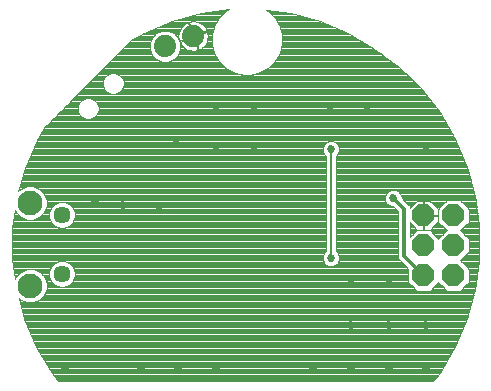
<source format=gbl>
G75*
%MOIN*%
%OFA0B0*%
%FSLAX25Y25*%
%IPPOS*%
%LPD*%
%AMOC8*
5,1,8,0,0,1.08239X$1,22.5*
%
%ADD10C,0.07400*%
%ADD11C,0.05709*%
%ADD12C,0.08268*%
%ADD13OC8,0.07400*%
%ADD14C,0.00394*%
%ADD15C,0.02700*%
%ADD16C,0.01200*%
%ADD17C,0.00600*%
D10*
X0057559Y0161306D03*
X0066950Y0164742D03*
D11*
X0023194Y0105144D03*
X0023194Y0085459D03*
D12*
X0012605Y0081524D03*
X0012559Y0109096D03*
D13*
X0143725Y0104976D03*
X0153725Y0104976D03*
X0153725Y0094976D03*
X0143725Y0094976D03*
X0143725Y0084976D03*
X0153725Y0084976D03*
D14*
X0021939Y0049720D02*
X0019837Y0052386D01*
X0014658Y0061146D01*
X0010695Y0070519D01*
X0008785Y0077523D01*
X0009472Y0076836D01*
X0011505Y0075994D01*
X0013705Y0075994D01*
X0015738Y0076836D01*
X0017294Y0078391D01*
X0018136Y0080424D01*
X0018136Y0082624D01*
X0017294Y0084657D01*
X0015738Y0086213D01*
X0013705Y0087055D01*
X0011505Y0087055D01*
X0009472Y0086213D01*
X0007916Y0084657D01*
X0007557Y0083790D01*
X0006673Y0090425D01*
X0006687Y0100601D01*
X0007529Y0106788D01*
X0007870Y0105963D01*
X0009426Y0104407D01*
X0011459Y0103565D01*
X0013659Y0103565D01*
X0015692Y0104407D01*
X0017248Y0105963D01*
X0018090Y0107995D01*
X0018090Y0110196D01*
X0017248Y0112228D01*
X0015692Y0113784D01*
X0013659Y0114626D01*
X0011459Y0114626D01*
X0009426Y0113784D01*
X0008718Y0113076D01*
X0010763Y0120496D01*
X0014752Y0129858D01*
X0017106Y0134135D01*
X0046261Y0163290D01*
X0050489Y0165639D01*
X0059746Y0169616D01*
X0069455Y0172309D01*
X0078843Y0173587D01*
X0077702Y0172927D01*
X0075524Y0170750D01*
X0073984Y0168082D01*
X0073187Y0165108D01*
X0073187Y0162028D01*
X0073984Y0159053D01*
X0075524Y0156386D01*
X0077702Y0154208D01*
X0080369Y0152668D01*
X0083344Y0151871D01*
X0086424Y0151871D01*
X0089398Y0152668D01*
X0092066Y0154208D01*
X0094243Y0156386D01*
X0095783Y0159053D01*
X0096580Y0162028D01*
X0096580Y0165108D01*
X0095783Y0168082D01*
X0094243Y0170750D01*
X0092066Y0172927D01*
X0091174Y0173442D01*
X0099499Y0172309D01*
X0109208Y0169616D01*
X0118466Y0165639D01*
X0122242Y0163540D01*
X0122243Y0163538D01*
X0122900Y0163173D01*
X0123544Y0162786D01*
X0123547Y0162787D01*
X0127318Y0160530D01*
X0135523Y0154431D01*
X0142846Y0147297D01*
X0149158Y0139254D01*
X0154347Y0130445D01*
X0158321Y0121025D01*
X0161011Y0111161D01*
X0162367Y0101028D01*
X0162367Y0090804D01*
X0161011Y0080671D01*
X0158321Y0070807D01*
X0154347Y0061387D01*
X0149158Y0052578D01*
X0146957Y0049774D01*
X0021939Y0049720D01*
X0021763Y0049943D02*
X0147090Y0049943D01*
X0147398Y0050335D02*
X0021454Y0050335D01*
X0021145Y0050727D02*
X0147706Y0050727D01*
X0148014Y0051120D02*
X0020835Y0051120D01*
X0020526Y0051512D02*
X0148322Y0051512D01*
X0148629Y0051904D02*
X0020217Y0051904D01*
X0019908Y0052296D02*
X0148937Y0052296D01*
X0149223Y0052689D02*
X0019658Y0052689D01*
X0019426Y0053081D02*
X0149454Y0053081D01*
X0149685Y0053473D02*
X0019194Y0053473D01*
X0018963Y0053865D02*
X0149916Y0053865D01*
X0150148Y0054257D02*
X0018731Y0054257D01*
X0018499Y0054650D02*
X0150379Y0054650D01*
X0150610Y0055042D02*
X0018267Y0055042D01*
X0018035Y0055434D02*
X0150841Y0055434D01*
X0151072Y0055826D02*
X0017803Y0055826D01*
X0017572Y0056218D02*
X0151303Y0056218D01*
X0151534Y0056611D02*
X0017340Y0056611D01*
X0017108Y0057003D02*
X0151765Y0057003D01*
X0151996Y0057395D02*
X0016876Y0057395D01*
X0016644Y0057787D02*
X0152227Y0057787D01*
X0152458Y0058179D02*
X0016412Y0058179D01*
X0016180Y0058572D02*
X0152689Y0058572D01*
X0152920Y0058964D02*
X0015949Y0058964D01*
X0015717Y0059356D02*
X0153151Y0059356D01*
X0153382Y0059748D02*
X0015485Y0059748D01*
X0015253Y0060141D02*
X0153613Y0060141D01*
X0153844Y0060533D02*
X0015021Y0060533D01*
X0014789Y0060925D02*
X0154075Y0060925D01*
X0154306Y0061317D02*
X0014586Y0061317D01*
X0014420Y0061709D02*
X0154483Y0061709D01*
X0154649Y0062102D02*
X0014255Y0062102D01*
X0014089Y0062494D02*
X0154814Y0062494D01*
X0154980Y0062886D02*
X0013923Y0062886D01*
X0013757Y0063278D02*
X0155145Y0063278D01*
X0155311Y0063670D02*
X0013591Y0063670D01*
X0013425Y0064063D02*
X0155476Y0064063D01*
X0155642Y0064455D02*
X0013259Y0064455D01*
X0013094Y0064847D02*
X0155807Y0064847D01*
X0155972Y0065239D02*
X0012928Y0065239D01*
X0012762Y0065632D02*
X0156138Y0065632D01*
X0156303Y0066024D02*
X0012596Y0066024D01*
X0012430Y0066416D02*
X0156469Y0066416D01*
X0156634Y0066808D02*
X0012264Y0066808D01*
X0012098Y0067200D02*
X0156800Y0067200D01*
X0156965Y0067593D02*
X0011933Y0067593D01*
X0011767Y0067985D02*
X0157131Y0067985D01*
X0157296Y0068377D02*
X0011601Y0068377D01*
X0011435Y0068769D02*
X0157462Y0068769D01*
X0157627Y0069161D02*
X0011269Y0069161D01*
X0011103Y0069554D02*
X0157793Y0069554D01*
X0157958Y0069946D02*
X0010937Y0069946D01*
X0010772Y0070338D02*
X0158124Y0070338D01*
X0158289Y0070730D02*
X0010637Y0070730D01*
X0010530Y0071122D02*
X0158408Y0071122D01*
X0158514Y0071515D02*
X0010423Y0071515D01*
X0010317Y0071907D02*
X0158621Y0071907D01*
X0158728Y0072299D02*
X0010210Y0072299D01*
X0010103Y0072691D02*
X0158835Y0072691D01*
X0158942Y0073084D02*
X0009996Y0073084D01*
X0009889Y0073476D02*
X0159049Y0073476D01*
X0159156Y0073868D02*
X0009782Y0073868D01*
X0009675Y0074260D02*
X0159263Y0074260D01*
X0159370Y0074652D02*
X0009568Y0074652D01*
X0009461Y0075045D02*
X0159477Y0075045D01*
X0159584Y0075437D02*
X0009354Y0075437D01*
X0009247Y0075829D02*
X0159691Y0075829D01*
X0159798Y0076221D02*
X0014255Y0076221D01*
X0015202Y0076613D02*
X0159905Y0076613D01*
X0160011Y0077006D02*
X0015908Y0077006D01*
X0016300Y0077398D02*
X0160118Y0077398D01*
X0160225Y0077790D02*
X0016693Y0077790D01*
X0017085Y0078182D02*
X0160332Y0078182D01*
X0160439Y0078575D02*
X0017370Y0078575D01*
X0017532Y0078967D02*
X0160546Y0078967D01*
X0160653Y0079359D02*
X0017695Y0079359D01*
X0017857Y0079751D02*
X0160760Y0079751D01*
X0160867Y0080143D02*
X0156101Y0080143D01*
X0155837Y0079879D02*
X0158822Y0082865D01*
X0158822Y0087087D01*
X0155933Y0089976D01*
X0158822Y0092865D01*
X0158822Y0097087D01*
X0155933Y0099976D01*
X0158822Y0102865D01*
X0158822Y0107087D01*
X0155837Y0110073D01*
X0151614Y0110073D01*
X0148629Y0107087D01*
X0148629Y0102865D01*
X0151517Y0099976D01*
X0148725Y0097184D01*
X0145837Y0100073D01*
X0141614Y0100073D01*
X0139131Y0097590D01*
X0139131Y0102645D01*
X0141697Y0100079D01*
X0143529Y0100079D01*
X0143529Y0104779D01*
X0143922Y0104779D01*
X0143922Y0100079D01*
X0145754Y0100079D01*
X0148622Y0102948D01*
X0148622Y0104779D01*
X0143922Y0104779D01*
X0143922Y0105173D01*
X0143529Y0105173D01*
X0143529Y0109873D01*
X0141697Y0109873D01*
X0139131Y0107308D01*
X0139131Y0108062D01*
X0137962Y0109232D01*
X0136437Y0110757D01*
X0136437Y0111226D01*
X0136018Y0112236D01*
X0135246Y0113008D01*
X0134236Y0113427D01*
X0133143Y0113427D01*
X0132134Y0113008D01*
X0131361Y0112236D01*
X0130943Y0111226D01*
X0130943Y0110133D01*
X0131361Y0109124D01*
X0132134Y0108351D01*
X0133143Y0107933D01*
X0133613Y0107933D01*
X0135138Y0106408D01*
X0135138Y0090660D01*
X0138669Y0087128D01*
X0138629Y0087087D01*
X0138629Y0082865D01*
X0141614Y0079879D01*
X0145837Y0079879D01*
X0148725Y0082768D01*
X0151614Y0079879D01*
X0155837Y0079879D01*
X0156493Y0080536D02*
X0160974Y0080536D01*
X0161045Y0080928D02*
X0156885Y0080928D01*
X0157277Y0081320D02*
X0161098Y0081320D01*
X0161150Y0081712D02*
X0157669Y0081712D01*
X0158062Y0082104D02*
X0161203Y0082104D01*
X0161255Y0082497D02*
X0158454Y0082497D01*
X0158822Y0082889D02*
X0161308Y0082889D01*
X0161360Y0083281D02*
X0158822Y0083281D01*
X0158822Y0083673D02*
X0161413Y0083673D01*
X0161465Y0084065D02*
X0158822Y0084065D01*
X0158822Y0084458D02*
X0161518Y0084458D01*
X0161570Y0084850D02*
X0158822Y0084850D01*
X0158822Y0085242D02*
X0161623Y0085242D01*
X0161675Y0085634D02*
X0158822Y0085634D01*
X0158822Y0086027D02*
X0161728Y0086027D01*
X0161780Y0086419D02*
X0158822Y0086419D01*
X0158822Y0086811D02*
X0161833Y0086811D01*
X0161885Y0087203D02*
X0158707Y0087203D01*
X0158314Y0087595D02*
X0161938Y0087595D01*
X0161990Y0087988D02*
X0157922Y0087988D01*
X0157530Y0088380D02*
X0162043Y0088380D01*
X0162095Y0088772D02*
X0157138Y0088772D01*
X0156746Y0089164D02*
X0162148Y0089164D01*
X0162200Y0089556D02*
X0156353Y0089556D01*
X0155961Y0089949D02*
X0162253Y0089949D01*
X0162305Y0090341D02*
X0156298Y0090341D01*
X0156690Y0090733D02*
X0162358Y0090733D01*
X0162367Y0091125D02*
X0157082Y0091125D01*
X0157475Y0091518D02*
X0162367Y0091518D01*
X0162367Y0091910D02*
X0157867Y0091910D01*
X0158259Y0092302D02*
X0162367Y0092302D01*
X0162367Y0092694D02*
X0158651Y0092694D01*
X0158822Y0093086D02*
X0162367Y0093086D01*
X0162367Y0093479D02*
X0158822Y0093479D01*
X0158822Y0093871D02*
X0162367Y0093871D01*
X0162367Y0094263D02*
X0158822Y0094263D01*
X0158822Y0094655D02*
X0162367Y0094655D01*
X0162367Y0095047D02*
X0158822Y0095047D01*
X0158822Y0095440D02*
X0162367Y0095440D01*
X0162367Y0095832D02*
X0158822Y0095832D01*
X0158822Y0096224D02*
X0162367Y0096224D01*
X0162367Y0096616D02*
X0158822Y0096616D01*
X0158822Y0097008D02*
X0162367Y0097008D01*
X0162367Y0097401D02*
X0158509Y0097401D01*
X0158117Y0097793D02*
X0162367Y0097793D01*
X0162367Y0098185D02*
X0157725Y0098185D01*
X0157332Y0098577D02*
X0162367Y0098577D01*
X0162367Y0098970D02*
X0156940Y0098970D01*
X0156548Y0099362D02*
X0162367Y0099362D01*
X0162367Y0099754D02*
X0156156Y0099754D01*
X0156103Y0100146D02*
X0162367Y0100146D01*
X0162367Y0100538D02*
X0156496Y0100538D01*
X0156888Y0100931D02*
X0162367Y0100931D01*
X0162328Y0101323D02*
X0157280Y0101323D01*
X0157672Y0101715D02*
X0162275Y0101715D01*
X0162223Y0102107D02*
X0158064Y0102107D01*
X0158457Y0102499D02*
X0162170Y0102499D01*
X0162118Y0102892D02*
X0158822Y0102892D01*
X0158822Y0103284D02*
X0162065Y0103284D01*
X0162013Y0103676D02*
X0158822Y0103676D01*
X0158822Y0104068D02*
X0161960Y0104068D01*
X0161908Y0104461D02*
X0158822Y0104461D01*
X0158822Y0104853D02*
X0161855Y0104853D01*
X0161803Y0105245D02*
X0158822Y0105245D01*
X0158822Y0105637D02*
X0161750Y0105637D01*
X0161698Y0106029D02*
X0158822Y0106029D01*
X0158822Y0106422D02*
X0161645Y0106422D01*
X0161593Y0106814D02*
X0158822Y0106814D01*
X0158704Y0107206D02*
X0161540Y0107206D01*
X0161488Y0107598D02*
X0158312Y0107598D01*
X0157919Y0107990D02*
X0161435Y0107990D01*
X0161383Y0108383D02*
X0157527Y0108383D01*
X0157135Y0108775D02*
X0161330Y0108775D01*
X0161278Y0109167D02*
X0156743Y0109167D01*
X0156351Y0109559D02*
X0161225Y0109559D01*
X0161173Y0109951D02*
X0155958Y0109951D01*
X0160485Y0113089D02*
X0135051Y0113089D01*
X0135557Y0112697D02*
X0160592Y0112697D01*
X0160699Y0112305D02*
X0135949Y0112305D01*
X0136152Y0111913D02*
X0160806Y0111913D01*
X0160913Y0111520D02*
X0136315Y0111520D01*
X0136437Y0111128D02*
X0161015Y0111128D01*
X0161068Y0110736D02*
X0136458Y0110736D01*
X0136850Y0110344D02*
X0161120Y0110344D01*
X0160378Y0113481D02*
X0114520Y0113481D01*
X0114520Y0113089D02*
X0132329Y0113089D01*
X0131822Y0112697D02*
X0114520Y0112697D01*
X0114520Y0112305D02*
X0131430Y0112305D01*
X0131227Y0111913D02*
X0114520Y0111913D01*
X0114520Y0111520D02*
X0131065Y0111520D01*
X0130943Y0111128D02*
X0114520Y0111128D01*
X0114520Y0110736D02*
X0130943Y0110736D01*
X0130943Y0110344D02*
X0114520Y0110344D01*
X0114520Y0109951D02*
X0131018Y0109951D01*
X0131181Y0109559D02*
X0114520Y0109559D01*
X0114520Y0109167D02*
X0131343Y0109167D01*
X0131710Y0108775D02*
X0114520Y0108775D01*
X0114520Y0108383D02*
X0132102Y0108383D01*
X0133005Y0107990D02*
X0114520Y0107990D01*
X0114520Y0107598D02*
X0133947Y0107598D01*
X0134340Y0107206D02*
X0114520Y0107206D01*
X0114520Y0106814D02*
X0134732Y0106814D01*
X0135124Y0106422D02*
X0114520Y0106422D01*
X0114520Y0106029D02*
X0135138Y0106029D01*
X0135138Y0105637D02*
X0114520Y0105637D01*
X0114520Y0105245D02*
X0135138Y0105245D01*
X0135138Y0104853D02*
X0114520Y0104853D01*
X0114520Y0104461D02*
X0135138Y0104461D01*
X0135138Y0104068D02*
X0114520Y0104068D01*
X0114520Y0103676D02*
X0135138Y0103676D01*
X0135138Y0103284D02*
X0114520Y0103284D01*
X0114520Y0102892D02*
X0135138Y0102892D01*
X0135138Y0102499D02*
X0114520Y0102499D01*
X0114520Y0102107D02*
X0135138Y0102107D01*
X0135138Y0101715D02*
X0114520Y0101715D01*
X0114520Y0101323D02*
X0135138Y0101323D01*
X0135138Y0100931D02*
X0114520Y0100931D01*
X0114520Y0100538D02*
X0135138Y0100538D01*
X0135138Y0100146D02*
X0114520Y0100146D01*
X0114520Y0099754D02*
X0135138Y0099754D01*
X0135138Y0099362D02*
X0114520Y0099362D01*
X0114520Y0098970D02*
X0135138Y0098970D01*
X0135138Y0098577D02*
X0114520Y0098577D01*
X0114520Y0098185D02*
X0135138Y0098185D01*
X0135138Y0097793D02*
X0114520Y0097793D01*
X0114520Y0097401D02*
X0135138Y0097401D01*
X0135138Y0097008D02*
X0114520Y0097008D01*
X0114520Y0096616D02*
X0135138Y0096616D01*
X0135138Y0096224D02*
X0114520Y0096224D01*
X0114520Y0095832D02*
X0135138Y0095832D01*
X0135138Y0095440D02*
X0114520Y0095440D01*
X0114520Y0095047D02*
X0135138Y0095047D01*
X0135138Y0094655D02*
X0114520Y0094655D01*
X0114520Y0094263D02*
X0135138Y0094263D01*
X0135138Y0093871D02*
X0114520Y0093871D01*
X0114520Y0093479D02*
X0135138Y0093479D01*
X0135138Y0093086D02*
X0114520Y0093086D01*
X0114520Y0092986D02*
X0114520Y0124831D01*
X0115152Y0125462D01*
X0115570Y0126472D01*
X0115570Y0127565D01*
X0115152Y0128574D01*
X0114380Y0129347D01*
X0113370Y0129765D01*
X0112277Y0129765D01*
X0111268Y0129347D01*
X0110495Y0128574D01*
X0110077Y0127565D01*
X0110077Y0126472D01*
X0110495Y0125462D01*
X0111127Y0124831D01*
X0111127Y0092986D01*
X0110495Y0092354D01*
X0110077Y0091344D01*
X0110077Y0090252D01*
X0110495Y0089242D01*
X0111268Y0088469D01*
X0112277Y0088051D01*
X0113370Y0088051D01*
X0114380Y0088469D01*
X0115152Y0089242D01*
X0115570Y0090252D01*
X0115570Y0091344D01*
X0115152Y0092354D01*
X0114520Y0092986D01*
X0114812Y0092694D02*
X0135138Y0092694D01*
X0135138Y0092302D02*
X0115174Y0092302D01*
X0115336Y0091910D02*
X0135138Y0091910D01*
X0135138Y0091518D02*
X0115499Y0091518D01*
X0115570Y0091125D02*
X0135138Y0091125D01*
X0135138Y0090733D02*
X0115570Y0090733D01*
X0115570Y0090341D02*
X0135457Y0090341D01*
X0135849Y0089949D02*
X0115445Y0089949D01*
X0115283Y0089556D02*
X0136241Y0089556D01*
X0136633Y0089164D02*
X0115075Y0089164D01*
X0114682Y0088772D02*
X0137026Y0088772D01*
X0137418Y0088380D02*
X0114164Y0088380D01*
X0111484Y0088380D02*
X0026285Y0088380D01*
X0025893Y0088772D02*
X0110965Y0088772D01*
X0110573Y0089164D02*
X0025357Y0089164D01*
X0025602Y0089063D02*
X0024040Y0089710D01*
X0022349Y0089710D01*
X0020786Y0089063D01*
X0019590Y0087867D01*
X0018943Y0086304D01*
X0018943Y0084613D01*
X0019590Y0083050D01*
X0020786Y0081855D01*
X0022349Y0081207D01*
X0024040Y0081207D01*
X0025602Y0081855D01*
X0026798Y0083050D01*
X0027445Y0084613D01*
X0027445Y0086304D01*
X0026798Y0087867D01*
X0025602Y0089063D01*
X0024410Y0089556D02*
X0110365Y0089556D01*
X0110202Y0089949D02*
X0006737Y0089949D01*
X0006685Y0090341D02*
X0110077Y0090341D01*
X0110077Y0090733D02*
X0006674Y0090733D01*
X0006674Y0091125D02*
X0110077Y0091125D01*
X0110149Y0091518D02*
X0006675Y0091518D01*
X0006675Y0091910D02*
X0110311Y0091910D01*
X0110473Y0092302D02*
X0006676Y0092302D01*
X0006676Y0092694D02*
X0110835Y0092694D01*
X0111127Y0093086D02*
X0006677Y0093086D01*
X0006678Y0093479D02*
X0111127Y0093479D01*
X0111127Y0093871D02*
X0006678Y0093871D01*
X0006679Y0094263D02*
X0111127Y0094263D01*
X0111127Y0094655D02*
X0006679Y0094655D01*
X0006680Y0095047D02*
X0111127Y0095047D01*
X0111127Y0095440D02*
X0006680Y0095440D01*
X0006681Y0095832D02*
X0111127Y0095832D01*
X0111127Y0096224D02*
X0006681Y0096224D01*
X0006682Y0096616D02*
X0111127Y0096616D01*
X0111127Y0097008D02*
X0006682Y0097008D01*
X0006683Y0097401D02*
X0111127Y0097401D01*
X0111127Y0097793D02*
X0006683Y0097793D01*
X0006684Y0098185D02*
X0111127Y0098185D01*
X0111127Y0098577D02*
X0006685Y0098577D01*
X0006685Y0098970D02*
X0111127Y0098970D01*
X0111127Y0099362D02*
X0006686Y0099362D01*
X0006686Y0099754D02*
X0111127Y0099754D01*
X0111127Y0100146D02*
X0006687Y0100146D01*
X0006687Y0100538D02*
X0111127Y0100538D01*
X0111127Y0100931D02*
X0024132Y0100931D01*
X0024040Y0100892D02*
X0025602Y0101540D01*
X0026798Y0102736D01*
X0027445Y0104298D01*
X0027445Y0105989D01*
X0026798Y0107552D01*
X0025602Y0108748D01*
X0024040Y0109395D01*
X0022349Y0109395D01*
X0020786Y0108748D01*
X0019590Y0107552D01*
X0018943Y0105989D01*
X0018943Y0104298D01*
X0019590Y0102736D01*
X0020786Y0101540D01*
X0022349Y0100892D01*
X0024040Y0100892D01*
X0025079Y0101323D02*
X0111127Y0101323D01*
X0111127Y0101715D02*
X0025778Y0101715D01*
X0026170Y0102107D02*
X0111127Y0102107D01*
X0111127Y0102499D02*
X0026562Y0102499D01*
X0026863Y0102892D02*
X0111127Y0102892D01*
X0111127Y0103284D02*
X0027025Y0103284D01*
X0027188Y0103676D02*
X0111127Y0103676D01*
X0111127Y0104068D02*
X0027350Y0104068D01*
X0027445Y0104461D02*
X0111127Y0104461D01*
X0111127Y0104853D02*
X0027445Y0104853D01*
X0027445Y0105245D02*
X0111127Y0105245D01*
X0111127Y0105637D02*
X0027445Y0105637D01*
X0027429Y0106029D02*
X0111127Y0106029D01*
X0111127Y0106422D02*
X0027266Y0106422D01*
X0027104Y0106814D02*
X0111127Y0106814D01*
X0111127Y0107206D02*
X0026941Y0107206D01*
X0026752Y0107598D02*
X0111127Y0107598D01*
X0111127Y0107990D02*
X0026359Y0107990D01*
X0025967Y0108383D02*
X0111127Y0108383D01*
X0111127Y0108775D02*
X0025536Y0108775D01*
X0024590Y0109167D02*
X0111127Y0109167D01*
X0111127Y0109559D02*
X0018090Y0109559D01*
X0018090Y0109167D02*
X0021799Y0109167D01*
X0020852Y0108775D02*
X0018090Y0108775D01*
X0018090Y0108383D02*
X0020421Y0108383D01*
X0020029Y0107990D02*
X0018088Y0107990D01*
X0017925Y0107598D02*
X0019637Y0107598D01*
X0019447Y0107206D02*
X0017763Y0107206D01*
X0017600Y0106814D02*
X0019285Y0106814D01*
X0019122Y0106422D02*
X0017438Y0106422D01*
X0017275Y0106029D02*
X0018960Y0106029D01*
X0018943Y0105637D02*
X0016922Y0105637D01*
X0016530Y0105245D02*
X0018943Y0105245D01*
X0018943Y0104853D02*
X0016138Y0104853D01*
X0015746Y0104461D02*
X0018943Y0104461D01*
X0019038Y0104068D02*
X0014875Y0104068D01*
X0013928Y0103676D02*
X0019201Y0103676D01*
X0019363Y0103284D02*
X0007052Y0103284D01*
X0007105Y0103676D02*
X0011190Y0103676D01*
X0010243Y0104068D02*
X0007159Y0104068D01*
X0007212Y0104461D02*
X0009373Y0104461D01*
X0008980Y0104853D02*
X0007265Y0104853D01*
X0007319Y0105245D02*
X0008588Y0105245D01*
X0008196Y0105637D02*
X0007372Y0105637D01*
X0007425Y0106029D02*
X0007843Y0106029D01*
X0007680Y0106422D02*
X0007479Y0106422D01*
X0006999Y0102892D02*
X0019526Y0102892D01*
X0019826Y0102499D02*
X0006945Y0102499D01*
X0006892Y0102107D02*
X0020218Y0102107D01*
X0020611Y0101715D02*
X0006839Y0101715D01*
X0006785Y0101323D02*
X0021310Y0101323D01*
X0022256Y0100931D02*
X0006732Y0100931D01*
X0008721Y0113089D02*
X0008731Y0113089D01*
X0008830Y0113481D02*
X0009123Y0113481D01*
X0008938Y0113874D02*
X0009642Y0113874D01*
X0009046Y0114266D02*
X0010589Y0114266D01*
X0009154Y0114658D02*
X0111127Y0114658D01*
X0111127Y0114266D02*
X0014529Y0114266D01*
X0015476Y0113874D02*
X0111127Y0113874D01*
X0111127Y0113481D02*
X0015995Y0113481D01*
X0016387Y0113089D02*
X0111127Y0113089D01*
X0111127Y0112697D02*
X0016779Y0112697D01*
X0017171Y0112305D02*
X0111127Y0112305D01*
X0111127Y0111913D02*
X0017379Y0111913D01*
X0017541Y0111520D02*
X0111127Y0111520D01*
X0111127Y0111128D02*
X0017704Y0111128D01*
X0017866Y0110736D02*
X0111127Y0110736D01*
X0111127Y0110344D02*
X0018029Y0110344D01*
X0018090Y0109951D02*
X0111127Y0109951D01*
X0111127Y0115050D02*
X0009262Y0115050D01*
X0009370Y0115442D02*
X0111127Y0115442D01*
X0111127Y0115835D02*
X0009478Y0115835D01*
X0009586Y0116227D02*
X0111127Y0116227D01*
X0111127Y0116619D02*
X0009694Y0116619D01*
X0009803Y0117011D02*
X0111127Y0117011D01*
X0111127Y0117404D02*
X0009911Y0117404D01*
X0010019Y0117796D02*
X0111127Y0117796D01*
X0111127Y0118188D02*
X0010127Y0118188D01*
X0010235Y0118580D02*
X0111127Y0118580D01*
X0111127Y0118972D02*
X0010343Y0118972D01*
X0010451Y0119365D02*
X0111127Y0119365D01*
X0111127Y0119757D02*
X0010559Y0119757D01*
X0010668Y0120149D02*
X0111127Y0120149D01*
X0111127Y0120541D02*
X0010783Y0120541D01*
X0010950Y0120933D02*
X0111127Y0120933D01*
X0111127Y0121326D02*
X0011117Y0121326D01*
X0011284Y0121718D02*
X0111127Y0121718D01*
X0111127Y0122110D02*
X0011451Y0122110D01*
X0011618Y0122502D02*
X0111127Y0122502D01*
X0111127Y0122894D02*
X0011785Y0122894D01*
X0011952Y0123287D02*
X0111127Y0123287D01*
X0111127Y0123679D02*
X0012119Y0123679D01*
X0012287Y0124071D02*
X0111127Y0124071D01*
X0111127Y0124463D02*
X0012454Y0124463D01*
X0012621Y0124856D02*
X0111102Y0124856D01*
X0110710Y0125248D02*
X0012788Y0125248D01*
X0012955Y0125640D02*
X0110421Y0125640D01*
X0110259Y0126032D02*
X0013122Y0126032D01*
X0013289Y0126424D02*
X0110096Y0126424D01*
X0110077Y0126817D02*
X0013456Y0126817D01*
X0013623Y0127209D02*
X0110077Y0127209D01*
X0110092Y0127601D02*
X0013791Y0127601D01*
X0013958Y0127993D02*
X0110254Y0127993D01*
X0110417Y0128385D02*
X0014125Y0128385D01*
X0014292Y0128778D02*
X0110698Y0128778D01*
X0111091Y0129170D02*
X0014459Y0129170D01*
X0014626Y0129562D02*
X0111787Y0129562D01*
X0113860Y0129562D02*
X0154720Y0129562D01*
X0154885Y0129170D02*
X0114557Y0129170D01*
X0114949Y0128778D02*
X0155051Y0128778D01*
X0155216Y0128385D02*
X0115231Y0128385D01*
X0115393Y0127993D02*
X0155382Y0127993D01*
X0155547Y0127601D02*
X0115555Y0127601D01*
X0115570Y0127209D02*
X0155713Y0127209D01*
X0155878Y0126817D02*
X0115570Y0126817D01*
X0115551Y0126424D02*
X0156043Y0126424D01*
X0156209Y0126032D02*
X0115388Y0126032D01*
X0115226Y0125640D02*
X0156374Y0125640D01*
X0156540Y0125248D02*
X0114938Y0125248D01*
X0114545Y0124856D02*
X0156705Y0124856D01*
X0156871Y0124463D02*
X0114520Y0124463D01*
X0114520Y0124071D02*
X0157036Y0124071D01*
X0157202Y0123679D02*
X0114520Y0123679D01*
X0114520Y0123287D02*
X0157367Y0123287D01*
X0157533Y0122894D02*
X0114520Y0122894D01*
X0114520Y0122502D02*
X0157698Y0122502D01*
X0157864Y0122110D02*
X0114520Y0122110D01*
X0114520Y0121718D02*
X0158029Y0121718D01*
X0158195Y0121326D02*
X0114520Y0121326D01*
X0114520Y0120933D02*
X0158346Y0120933D01*
X0158453Y0120541D02*
X0114520Y0120541D01*
X0114520Y0120149D02*
X0158560Y0120149D01*
X0158667Y0119757D02*
X0114520Y0119757D01*
X0114520Y0119365D02*
X0158774Y0119365D01*
X0158881Y0118972D02*
X0114520Y0118972D01*
X0114520Y0118580D02*
X0158988Y0118580D01*
X0159095Y0118188D02*
X0114520Y0118188D01*
X0114520Y0117796D02*
X0159202Y0117796D01*
X0159309Y0117404D02*
X0114520Y0117404D01*
X0114520Y0117011D02*
X0159416Y0117011D01*
X0159523Y0116619D02*
X0114520Y0116619D01*
X0114520Y0116227D02*
X0159630Y0116227D01*
X0159737Y0115835D02*
X0114520Y0115835D01*
X0114520Y0115442D02*
X0159843Y0115442D01*
X0159950Y0115050D02*
X0114520Y0115050D01*
X0114520Y0114658D02*
X0160057Y0114658D01*
X0160164Y0114266D02*
X0114520Y0114266D01*
X0114520Y0113874D02*
X0160271Y0113874D01*
X0151493Y0109951D02*
X0137242Y0109951D01*
X0137634Y0109559D02*
X0141383Y0109559D01*
X0140991Y0109167D02*
X0138026Y0109167D01*
X0138419Y0108775D02*
X0140599Y0108775D01*
X0140207Y0108383D02*
X0138811Y0108383D01*
X0139131Y0107990D02*
X0139814Y0107990D01*
X0139422Y0107598D02*
X0139131Y0107598D01*
X0143529Y0107598D02*
X0143922Y0107598D01*
X0143922Y0107206D02*
X0143529Y0107206D01*
X0143529Y0106814D02*
X0143922Y0106814D01*
X0143922Y0106422D02*
X0143529Y0106422D01*
X0143529Y0106029D02*
X0143922Y0106029D01*
X0143922Y0105637D02*
X0143529Y0105637D01*
X0143529Y0105245D02*
X0143922Y0105245D01*
X0143922Y0105173D02*
X0143922Y0109873D01*
X0145754Y0109873D01*
X0148622Y0107005D01*
X0148622Y0105173D01*
X0143922Y0105173D01*
X0143922Y0104853D02*
X0148629Y0104853D01*
X0148622Y0105245D02*
X0148629Y0105245D01*
X0148622Y0105637D02*
X0148629Y0105637D01*
X0148622Y0106029D02*
X0148629Y0106029D01*
X0148622Y0106422D02*
X0148629Y0106422D01*
X0148622Y0106814D02*
X0148629Y0106814D01*
X0148747Y0107206D02*
X0148421Y0107206D01*
X0148029Y0107598D02*
X0149139Y0107598D01*
X0149532Y0107990D02*
X0147637Y0107990D01*
X0147244Y0108383D02*
X0149924Y0108383D01*
X0150316Y0108775D02*
X0146852Y0108775D01*
X0146460Y0109167D02*
X0150708Y0109167D01*
X0151100Y0109559D02*
X0146068Y0109559D01*
X0143922Y0109559D02*
X0143529Y0109559D01*
X0143529Y0109167D02*
X0143922Y0109167D01*
X0143922Y0108775D02*
X0143529Y0108775D01*
X0143529Y0108383D02*
X0143922Y0108383D01*
X0143922Y0107990D02*
X0143529Y0107990D01*
X0143529Y0104461D02*
X0143922Y0104461D01*
X0143922Y0104068D02*
X0143529Y0104068D01*
X0143529Y0103676D02*
X0143922Y0103676D01*
X0143922Y0103284D02*
X0143529Y0103284D01*
X0143529Y0102892D02*
X0143922Y0102892D01*
X0143922Y0102499D02*
X0143529Y0102499D01*
X0143529Y0102107D02*
X0143922Y0102107D01*
X0143922Y0101715D02*
X0143529Y0101715D01*
X0143529Y0101323D02*
X0143922Y0101323D01*
X0143922Y0100931D02*
X0143529Y0100931D01*
X0143529Y0100538D02*
X0143922Y0100538D01*
X0143922Y0100146D02*
X0143529Y0100146D01*
X0141630Y0100146D02*
X0139131Y0100146D01*
X0139131Y0099754D02*
X0141295Y0099754D01*
X0140903Y0099362D02*
X0139131Y0099362D01*
X0139131Y0098970D02*
X0140511Y0098970D01*
X0140118Y0098577D02*
X0139131Y0098577D01*
X0139131Y0098185D02*
X0139726Y0098185D01*
X0139334Y0097793D02*
X0139131Y0097793D01*
X0139131Y0100538D02*
X0141238Y0100538D01*
X0140846Y0100931D02*
X0139131Y0100931D01*
X0139131Y0101323D02*
X0140454Y0101323D01*
X0140062Y0101715D02*
X0139131Y0101715D01*
X0139131Y0102107D02*
X0139669Y0102107D01*
X0139277Y0102499D02*
X0139131Y0102499D01*
X0145821Y0100146D02*
X0151348Y0100146D01*
X0151295Y0099754D02*
X0146156Y0099754D01*
X0146548Y0099362D02*
X0150903Y0099362D01*
X0150511Y0098970D02*
X0146940Y0098970D01*
X0147332Y0098577D02*
X0150118Y0098577D01*
X0149726Y0098185D02*
X0147725Y0098185D01*
X0148117Y0097793D02*
X0149334Y0097793D01*
X0148942Y0097401D02*
X0148509Y0097401D01*
X0146213Y0100538D02*
X0150955Y0100538D01*
X0150563Y0100931D02*
X0146605Y0100931D01*
X0146997Y0101323D02*
X0150171Y0101323D01*
X0149779Y0101715D02*
X0147389Y0101715D01*
X0147782Y0102107D02*
X0149386Y0102107D01*
X0148994Y0102499D02*
X0148174Y0102499D01*
X0148566Y0102892D02*
X0148629Y0102892D01*
X0148622Y0103284D02*
X0148629Y0103284D01*
X0148622Y0103676D02*
X0148629Y0103676D01*
X0148622Y0104068D02*
X0148629Y0104068D01*
X0148622Y0104461D02*
X0148629Y0104461D01*
X0137810Y0087988D02*
X0026677Y0087988D01*
X0026911Y0087595D02*
X0138202Y0087595D01*
X0138594Y0087203D02*
X0027073Y0087203D01*
X0027235Y0086811D02*
X0138629Y0086811D01*
X0138629Y0086419D02*
X0027398Y0086419D01*
X0027445Y0086027D02*
X0138629Y0086027D01*
X0138629Y0085634D02*
X0027445Y0085634D01*
X0027445Y0085242D02*
X0138629Y0085242D01*
X0138629Y0084850D02*
X0027445Y0084850D01*
X0027381Y0084458D02*
X0138629Y0084458D01*
X0138629Y0084065D02*
X0027219Y0084065D01*
X0027056Y0083673D02*
X0138629Y0083673D01*
X0138629Y0083281D02*
X0026894Y0083281D01*
X0026637Y0082889D02*
X0138629Y0082889D01*
X0138997Y0082497D02*
X0026244Y0082497D01*
X0025852Y0082104D02*
X0139389Y0082104D01*
X0139782Y0081712D02*
X0025258Y0081712D01*
X0024312Y0081320D02*
X0140174Y0081320D01*
X0140566Y0080928D02*
X0018136Y0080928D01*
X0018136Y0081320D02*
X0022077Y0081320D01*
X0021130Y0081712D02*
X0018136Y0081712D01*
X0018136Y0082104D02*
X0020536Y0082104D01*
X0020144Y0082497D02*
X0018136Y0082497D01*
X0018026Y0082889D02*
X0019752Y0082889D01*
X0019495Y0083281D02*
X0017864Y0083281D01*
X0017701Y0083673D02*
X0019332Y0083673D01*
X0019170Y0084065D02*
X0017539Y0084065D01*
X0017376Y0084458D02*
X0019007Y0084458D01*
X0018943Y0084850D02*
X0017101Y0084850D01*
X0016709Y0085242D02*
X0018943Y0085242D01*
X0018943Y0085634D02*
X0016317Y0085634D01*
X0015924Y0086027D02*
X0018943Y0086027D01*
X0018990Y0086419D02*
X0015241Y0086419D01*
X0014294Y0086811D02*
X0019153Y0086811D01*
X0019315Y0087203D02*
X0007103Y0087203D01*
X0007155Y0086811D02*
X0010916Y0086811D01*
X0009969Y0086419D02*
X0007207Y0086419D01*
X0007259Y0086027D02*
X0009286Y0086027D01*
X0008894Y0085634D02*
X0007312Y0085634D01*
X0007364Y0085242D02*
X0008501Y0085242D01*
X0008109Y0084850D02*
X0007416Y0084850D01*
X0007468Y0084458D02*
X0007834Y0084458D01*
X0007671Y0084065D02*
X0007521Y0084065D01*
X0007050Y0087595D02*
X0019478Y0087595D01*
X0019711Y0087988D02*
X0006998Y0087988D01*
X0006946Y0088380D02*
X0020103Y0088380D01*
X0020496Y0088772D02*
X0006894Y0088772D01*
X0006841Y0089164D02*
X0021032Y0089164D01*
X0021978Y0089556D02*
X0006789Y0089556D01*
X0008819Y0077398D02*
X0008910Y0077398D01*
X0008926Y0077006D02*
X0009302Y0077006D01*
X0009033Y0076613D02*
X0010008Y0076613D01*
X0009140Y0076221D02*
X0010955Y0076221D01*
X0018020Y0080143D02*
X0141350Y0080143D01*
X0140958Y0080536D02*
X0018136Y0080536D01*
X0014805Y0129954D02*
X0154554Y0129954D01*
X0154389Y0130347D02*
X0015021Y0130347D01*
X0015237Y0130739D02*
X0154174Y0130739D01*
X0153943Y0131131D02*
X0015453Y0131131D01*
X0015669Y0131523D02*
X0153712Y0131523D01*
X0153481Y0131915D02*
X0015885Y0131915D01*
X0016101Y0132308D02*
X0153250Y0132308D01*
X0153019Y0132700D02*
X0016316Y0132700D01*
X0016532Y0133092D02*
X0152788Y0133092D01*
X0152557Y0133484D02*
X0016748Y0133484D01*
X0016964Y0133876D02*
X0152326Y0133876D01*
X0152095Y0134269D02*
X0017240Y0134269D01*
X0017632Y0134661D02*
X0151864Y0134661D01*
X0151633Y0135053D02*
X0018025Y0135053D01*
X0018417Y0135445D02*
X0151402Y0135445D01*
X0151171Y0135837D02*
X0018809Y0135837D01*
X0019201Y0136230D02*
X0150940Y0136230D01*
X0150709Y0136622D02*
X0019593Y0136622D01*
X0019986Y0137014D02*
X0150478Y0137014D01*
X0150247Y0137406D02*
X0033327Y0137406D01*
X0033905Y0137646D02*
X0032630Y0137117D01*
X0031250Y0137117D01*
X0029975Y0137646D01*
X0029000Y0138621D01*
X0028472Y0139896D01*
X0028472Y0141276D01*
X0029000Y0142551D01*
X0029975Y0143526D01*
X0031250Y0144054D01*
X0032630Y0144054D01*
X0033905Y0143526D01*
X0034881Y0142551D01*
X0035409Y0141276D01*
X0035409Y0139896D01*
X0034881Y0138621D01*
X0033905Y0137646D01*
X0034058Y0137799D02*
X0150016Y0137799D01*
X0149785Y0138191D02*
X0034450Y0138191D01*
X0034842Y0138583D02*
X0149554Y0138583D01*
X0149323Y0138975D02*
X0035027Y0138975D01*
X0035190Y0139367D02*
X0149069Y0139367D01*
X0148762Y0139760D02*
X0035352Y0139760D01*
X0035409Y0140152D02*
X0148454Y0140152D01*
X0148146Y0140544D02*
X0035409Y0140544D01*
X0035409Y0140936D02*
X0147838Y0140936D01*
X0147530Y0141328D02*
X0035387Y0141328D01*
X0035224Y0141721D02*
X0147222Y0141721D01*
X0146915Y0142113D02*
X0035062Y0142113D01*
X0034900Y0142505D02*
X0146607Y0142505D01*
X0146299Y0142897D02*
X0034534Y0142897D01*
X0034142Y0143290D02*
X0145991Y0143290D01*
X0145683Y0143682D02*
X0033530Y0143682D01*
X0030350Y0143682D02*
X0026653Y0143682D01*
X0027045Y0144074D02*
X0145376Y0144074D01*
X0145068Y0144466D02*
X0027438Y0144466D01*
X0027830Y0144858D02*
X0144760Y0144858D01*
X0144452Y0145251D02*
X0028222Y0145251D01*
X0028614Y0145643D02*
X0039183Y0145643D01*
X0039602Y0145469D02*
X0040982Y0145469D01*
X0042257Y0145997D01*
X0043232Y0146973D01*
X0043760Y0148248D01*
X0043760Y0149628D01*
X0043232Y0150902D01*
X0042257Y0151878D01*
X0040982Y0152406D01*
X0039602Y0152406D01*
X0038327Y0151878D01*
X0037351Y0150902D01*
X0036823Y0149628D01*
X0036823Y0148248D01*
X0037351Y0146973D01*
X0038327Y0145997D01*
X0039602Y0145469D01*
X0038289Y0146035D02*
X0029007Y0146035D01*
X0029399Y0146427D02*
X0037897Y0146427D01*
X0037505Y0146819D02*
X0029791Y0146819D01*
X0030183Y0147212D02*
X0037252Y0147212D01*
X0037090Y0147604D02*
X0030575Y0147604D01*
X0030968Y0147996D02*
X0036928Y0147996D01*
X0036823Y0148388D02*
X0031360Y0148388D01*
X0031752Y0148780D02*
X0036823Y0148780D01*
X0036823Y0149173D02*
X0032144Y0149173D01*
X0032536Y0149565D02*
X0036823Y0149565D01*
X0036960Y0149957D02*
X0032929Y0149957D01*
X0033321Y0150349D02*
X0037122Y0150349D01*
X0037285Y0150742D02*
X0033713Y0150742D01*
X0034105Y0151134D02*
X0037583Y0151134D01*
X0037975Y0151526D02*
X0034497Y0151526D01*
X0034890Y0151918D02*
X0038424Y0151918D01*
X0039371Y0152310D02*
X0035282Y0152310D01*
X0035674Y0152703D02*
X0080309Y0152703D01*
X0079629Y0153095D02*
X0036066Y0153095D01*
X0036459Y0153487D02*
X0078950Y0153487D01*
X0078271Y0153879D02*
X0036851Y0153879D01*
X0037243Y0154271D02*
X0077638Y0154271D01*
X0077246Y0154664D02*
X0037635Y0154664D01*
X0038027Y0155056D02*
X0076854Y0155056D01*
X0076461Y0155448D02*
X0038420Y0155448D01*
X0038812Y0155840D02*
X0076069Y0155840D01*
X0075677Y0156233D02*
X0058630Y0156233D01*
X0058573Y0156209D02*
X0060446Y0156985D01*
X0061880Y0158419D01*
X0062656Y0160292D01*
X0062656Y0162320D01*
X0062513Y0162663D01*
X0062761Y0162176D01*
X0063215Y0161552D01*
X0063760Y0161007D01*
X0064383Y0160554D01*
X0065070Y0160204D01*
X0065803Y0159966D01*
X0066564Y0159845D01*
X0067335Y0159845D01*
X0068096Y0159966D01*
X0068446Y0160080D01*
X0066832Y0164490D01*
X0062425Y0162877D01*
X0061880Y0164193D01*
X0060446Y0165627D01*
X0058573Y0166403D01*
X0056545Y0166403D01*
X0054672Y0165627D01*
X0053238Y0164193D01*
X0052462Y0162320D01*
X0052462Y0160292D01*
X0053238Y0158419D01*
X0054672Y0156985D01*
X0056545Y0156209D01*
X0058573Y0156209D01*
X0059577Y0156625D02*
X0075386Y0156625D01*
X0075159Y0157017D02*
X0060478Y0157017D01*
X0060870Y0157409D02*
X0074933Y0157409D01*
X0074706Y0157801D02*
X0061262Y0157801D01*
X0061655Y0158194D02*
X0074480Y0158194D01*
X0074254Y0158586D02*
X0061949Y0158586D01*
X0062111Y0158978D02*
X0074027Y0158978D01*
X0073899Y0159370D02*
X0062274Y0159370D01*
X0062436Y0159762D02*
X0073794Y0159762D01*
X0073689Y0160155D02*
X0068419Y0160155D01*
X0068821Y0160201D02*
X0068829Y0160204D01*
X0069516Y0160554D01*
X0070140Y0161007D01*
X0070685Y0161552D01*
X0071138Y0162176D01*
X0071488Y0162863D01*
X0071726Y0163596D01*
X0071846Y0164357D01*
X0071846Y0165128D01*
X0071726Y0165889D01*
X0071612Y0166239D01*
X0067202Y0164625D01*
X0068821Y0160201D01*
X0068695Y0160547D02*
X0068275Y0160547D01*
X0068132Y0160939D02*
X0068551Y0160939D01*
X0068407Y0161331D02*
X0067988Y0161331D01*
X0067845Y0161723D02*
X0068264Y0161723D01*
X0068120Y0162116D02*
X0067701Y0162116D01*
X0067558Y0162508D02*
X0067977Y0162508D01*
X0067833Y0162900D02*
X0067414Y0162900D01*
X0067271Y0163292D02*
X0067690Y0163292D01*
X0067546Y0163685D02*
X0067127Y0163685D01*
X0066984Y0164077D02*
X0067403Y0164077D01*
X0067259Y0164469D02*
X0066840Y0164469D01*
X0066832Y0164490D02*
X0067202Y0164625D01*
X0067067Y0164995D01*
X0071490Y0166614D01*
X0071488Y0166622D01*
X0071138Y0167309D01*
X0070685Y0167932D01*
X0070140Y0168477D01*
X0069516Y0168930D01*
X0068829Y0169280D01*
X0068096Y0169519D01*
X0067335Y0169639D01*
X0066564Y0169639D01*
X0065803Y0169519D01*
X0065453Y0169405D01*
X0067067Y0164995D01*
X0066697Y0164860D01*
X0065078Y0169283D01*
X0065070Y0169280D01*
X0064383Y0168930D01*
X0063760Y0168477D01*
X0063215Y0167932D01*
X0062761Y0167309D01*
X0062412Y0166622D01*
X0062173Y0165889D01*
X0062053Y0165128D01*
X0062053Y0164357D01*
X0062173Y0163596D01*
X0062287Y0163246D01*
X0066697Y0164859D01*
X0066832Y0164490D01*
X0066776Y0164469D02*
X0065630Y0164469D01*
X0065704Y0164077D02*
X0064558Y0164077D01*
X0064632Y0163685D02*
X0063486Y0163685D01*
X0063560Y0163292D02*
X0062415Y0163292D01*
X0062272Y0163292D02*
X0062253Y0163292D01*
X0062159Y0163685D02*
X0062090Y0163685D01*
X0062097Y0164077D02*
X0061928Y0164077D01*
X0062053Y0164469D02*
X0061603Y0164469D01*
X0061211Y0164861D02*
X0062053Y0164861D01*
X0062073Y0165253D02*
X0060819Y0165253D01*
X0060400Y0165646D02*
X0062135Y0165646D01*
X0062222Y0166038D02*
X0059453Y0166038D01*
X0062349Y0166430D02*
X0052330Y0166430D01*
X0053242Y0166822D02*
X0062514Y0166822D01*
X0062713Y0167214D02*
X0054155Y0167214D01*
X0055068Y0167607D02*
X0062978Y0167607D01*
X0063281Y0167999D02*
X0055981Y0167999D01*
X0056894Y0168391D02*
X0063673Y0168391D01*
X0064181Y0168783D02*
X0057807Y0168783D01*
X0058720Y0169176D02*
X0064864Y0169176D01*
X0065118Y0169176D02*
X0065537Y0169176D01*
X0065680Y0168783D02*
X0065261Y0168783D01*
X0065405Y0168391D02*
X0065824Y0168391D01*
X0065967Y0167999D02*
X0065548Y0167999D01*
X0065692Y0167607D02*
X0066111Y0167607D01*
X0066255Y0167214D02*
X0065835Y0167214D01*
X0065979Y0166822D02*
X0066398Y0166822D01*
X0066542Y0166430D02*
X0066122Y0166430D01*
X0066266Y0166038D02*
X0066685Y0166038D01*
X0066829Y0165646D02*
X0066409Y0165646D01*
X0066553Y0165253D02*
X0066972Y0165253D01*
X0067116Y0164861D02*
X0067847Y0164861D01*
X0067774Y0165253D02*
X0068919Y0165253D01*
X0068845Y0165646D02*
X0069991Y0165646D01*
X0069917Y0166038D02*
X0071063Y0166038D01*
X0070989Y0166430D02*
X0073541Y0166430D01*
X0073436Y0166038D02*
X0071678Y0166038D01*
X0071764Y0165646D02*
X0073331Y0165646D01*
X0073226Y0165253D02*
X0071827Y0165253D01*
X0071846Y0164861D02*
X0073187Y0164861D01*
X0073187Y0164469D02*
X0071846Y0164469D01*
X0071802Y0164077D02*
X0073187Y0164077D01*
X0073187Y0163685D02*
X0071740Y0163685D01*
X0071627Y0163292D02*
X0073187Y0163292D01*
X0073187Y0162900D02*
X0071500Y0162900D01*
X0071307Y0162508D02*
X0073187Y0162508D01*
X0073187Y0162116D02*
X0071094Y0162116D01*
X0070809Y0161723D02*
X0073268Y0161723D01*
X0073373Y0161331D02*
X0070464Y0161331D01*
X0070046Y0160939D02*
X0073478Y0160939D01*
X0073584Y0160547D02*
X0069502Y0160547D01*
X0066702Y0164861D02*
X0066697Y0164861D01*
X0062592Y0162508D02*
X0062577Y0162508D01*
X0062656Y0162116D02*
X0062805Y0162116D01*
X0062656Y0161723D02*
X0063090Y0161723D01*
X0063435Y0161331D02*
X0062656Y0161331D01*
X0062656Y0160939D02*
X0063853Y0160939D01*
X0064397Y0160547D02*
X0062656Y0160547D01*
X0062599Y0160155D02*
X0065222Y0160155D01*
X0062488Y0162900D02*
X0062415Y0162900D01*
X0060985Y0169960D02*
X0075068Y0169960D01*
X0075294Y0170352D02*
X0062399Y0170352D01*
X0063813Y0170744D02*
X0075521Y0170744D01*
X0075911Y0171137D02*
X0065228Y0171137D01*
X0066642Y0171529D02*
X0076303Y0171529D01*
X0076695Y0171921D02*
X0068056Y0171921D01*
X0069486Y0172313D02*
X0077087Y0172313D01*
X0077480Y0172705D02*
X0072368Y0172705D01*
X0075250Y0173098D02*
X0077996Y0173098D01*
X0078132Y0173490D02*
X0078676Y0173490D01*
X0074841Y0169568D02*
X0067786Y0169568D01*
X0069035Y0169176D02*
X0074615Y0169176D01*
X0074389Y0168783D02*
X0069719Y0168783D01*
X0070226Y0168391D02*
X0074162Y0168391D01*
X0073962Y0167999D02*
X0070618Y0167999D01*
X0070921Y0167607D02*
X0073856Y0167607D01*
X0073751Y0167214D02*
X0071186Y0167214D01*
X0071386Y0166822D02*
X0073646Y0166822D01*
X0066113Y0169568D02*
X0059633Y0169568D01*
X0055664Y0166038D02*
X0051417Y0166038D01*
X0050504Y0165646D02*
X0054717Y0165646D01*
X0054298Y0165253D02*
X0049795Y0165253D01*
X0049089Y0164861D02*
X0053906Y0164861D01*
X0053514Y0164469D02*
X0048383Y0164469D01*
X0047677Y0164077D02*
X0053190Y0164077D01*
X0053027Y0163685D02*
X0046971Y0163685D01*
X0046266Y0163292D02*
X0052865Y0163292D01*
X0052702Y0162900D02*
X0045872Y0162900D01*
X0045479Y0162508D02*
X0052540Y0162508D01*
X0052462Y0162116D02*
X0045087Y0162116D01*
X0044695Y0161723D02*
X0052462Y0161723D01*
X0052462Y0161331D02*
X0044303Y0161331D01*
X0043911Y0160939D02*
X0052462Y0160939D01*
X0052462Y0160547D02*
X0043518Y0160547D01*
X0043126Y0160155D02*
X0052519Y0160155D01*
X0052681Y0159762D02*
X0042734Y0159762D01*
X0042342Y0159370D02*
X0052844Y0159370D01*
X0053006Y0158978D02*
X0041950Y0158978D01*
X0041557Y0158586D02*
X0053169Y0158586D01*
X0053463Y0158194D02*
X0041165Y0158194D01*
X0040773Y0157801D02*
X0053855Y0157801D01*
X0054247Y0157409D02*
X0040381Y0157409D01*
X0039988Y0157017D02*
X0054639Y0157017D01*
X0055541Y0156625D02*
X0039596Y0156625D01*
X0039204Y0156233D02*
X0056488Y0156233D01*
X0043299Y0150742D02*
X0139310Y0150742D01*
X0138908Y0151134D02*
X0043001Y0151134D01*
X0042609Y0151526D02*
X0138505Y0151526D01*
X0138102Y0151918D02*
X0086600Y0151918D01*
X0088064Y0152310D02*
X0137700Y0152310D01*
X0137297Y0152703D02*
X0089458Y0152703D01*
X0090138Y0153095D02*
X0136894Y0153095D01*
X0136492Y0153487D02*
X0090817Y0153487D01*
X0091496Y0153879D02*
X0136089Y0153879D01*
X0135687Y0154271D02*
X0092129Y0154271D01*
X0092521Y0154664D02*
X0135210Y0154664D01*
X0134682Y0155056D02*
X0092914Y0155056D01*
X0093306Y0155448D02*
X0134155Y0155448D01*
X0133627Y0155840D02*
X0093698Y0155840D01*
X0094090Y0156233D02*
X0133099Y0156233D01*
X0132572Y0156625D02*
X0094381Y0156625D01*
X0094608Y0157017D02*
X0132044Y0157017D01*
X0131516Y0157409D02*
X0094834Y0157409D01*
X0095061Y0157801D02*
X0130989Y0157801D01*
X0130461Y0158194D02*
X0095287Y0158194D01*
X0095514Y0158586D02*
X0129934Y0158586D01*
X0129406Y0158978D02*
X0095740Y0158978D01*
X0095868Y0159370D02*
X0128878Y0159370D01*
X0128351Y0159762D02*
X0095973Y0159762D01*
X0096079Y0160155D02*
X0127823Y0160155D01*
X0127290Y0160547D02*
X0096184Y0160547D01*
X0096289Y0160939D02*
X0126635Y0160939D01*
X0125980Y0161331D02*
X0096394Y0161331D01*
X0096499Y0161723D02*
X0125324Y0161723D01*
X0124669Y0162116D02*
X0096580Y0162116D01*
X0096580Y0162508D02*
X0124014Y0162508D01*
X0123355Y0162900D02*
X0096580Y0162900D01*
X0096580Y0163292D02*
X0122686Y0163292D01*
X0121983Y0163685D02*
X0096580Y0163685D01*
X0096580Y0164077D02*
X0121277Y0164077D01*
X0120571Y0164469D02*
X0096580Y0164469D01*
X0096580Y0164861D02*
X0119866Y0164861D01*
X0119160Y0165253D02*
X0096541Y0165253D01*
X0096436Y0165646D02*
X0118451Y0165646D01*
X0117538Y0166038D02*
X0096331Y0166038D01*
X0096226Y0166430D02*
X0116625Y0166430D01*
X0115712Y0166822D02*
X0096121Y0166822D01*
X0096016Y0167214D02*
X0114799Y0167214D01*
X0113886Y0167607D02*
X0095911Y0167607D01*
X0095806Y0167999D02*
X0112973Y0167999D01*
X0112060Y0168391D02*
X0095605Y0168391D01*
X0095379Y0168783D02*
X0111147Y0168783D01*
X0110234Y0169176D02*
X0095152Y0169176D01*
X0094926Y0169568D02*
X0109322Y0169568D01*
X0107970Y0169960D02*
X0094699Y0169960D01*
X0094473Y0170352D02*
X0106555Y0170352D01*
X0105141Y0170744D02*
X0094247Y0170744D01*
X0093857Y0171137D02*
X0103727Y0171137D01*
X0102312Y0171529D02*
X0093464Y0171529D01*
X0093072Y0171921D02*
X0100898Y0171921D01*
X0099468Y0172313D02*
X0092680Y0172313D01*
X0092288Y0172705D02*
X0096587Y0172705D01*
X0093705Y0173098D02*
X0091771Y0173098D01*
X0083167Y0151918D02*
X0042160Y0151918D01*
X0041213Y0152310D02*
X0081703Y0152310D01*
X0043760Y0149565D02*
X0140518Y0149565D01*
X0140115Y0149957D02*
X0043624Y0149957D01*
X0043461Y0150349D02*
X0139713Y0150349D01*
X0140921Y0149173D02*
X0043760Y0149173D01*
X0043760Y0148780D02*
X0141323Y0148780D01*
X0141726Y0148388D02*
X0043760Y0148388D01*
X0043656Y0147996D02*
X0142128Y0147996D01*
X0142531Y0147604D02*
X0043494Y0147604D01*
X0043331Y0147212D02*
X0142913Y0147212D01*
X0143221Y0146819D02*
X0043079Y0146819D01*
X0042687Y0146427D02*
X0143529Y0146427D01*
X0143837Y0146035D02*
X0042294Y0146035D01*
X0041401Y0145643D02*
X0144144Y0145643D01*
X0148454Y0082497D02*
X0148997Y0082497D01*
X0149389Y0082104D02*
X0148062Y0082104D01*
X0147669Y0081712D02*
X0149782Y0081712D01*
X0150174Y0081320D02*
X0147277Y0081320D01*
X0146885Y0080928D02*
X0150566Y0080928D01*
X0150958Y0080536D02*
X0146493Y0080536D01*
X0146101Y0080143D02*
X0151350Y0080143D01*
X0030553Y0137406D02*
X0020378Y0137406D01*
X0020770Y0137799D02*
X0029822Y0137799D01*
X0029430Y0138191D02*
X0021162Y0138191D01*
X0021554Y0138583D02*
X0029038Y0138583D01*
X0028853Y0138975D02*
X0021947Y0138975D01*
X0022339Y0139367D02*
X0028691Y0139367D01*
X0028528Y0139760D02*
X0022731Y0139760D01*
X0023123Y0140152D02*
X0028472Y0140152D01*
X0028472Y0140544D02*
X0023516Y0140544D01*
X0023908Y0140936D02*
X0028472Y0140936D01*
X0028493Y0141328D02*
X0024300Y0141328D01*
X0024692Y0141721D02*
X0028656Y0141721D01*
X0028818Y0142113D02*
X0025084Y0142113D01*
X0025477Y0142505D02*
X0028981Y0142505D01*
X0029346Y0142897D02*
X0025869Y0142897D01*
X0026261Y0143290D02*
X0029738Y0143290D01*
D15*
X0034083Y0109302D03*
X0043532Y0108514D03*
X0055737Y0107727D03*
X0061249Y0128593D03*
X0074635Y0126625D03*
X0087233Y0126625D03*
X0087233Y0141192D03*
X0074635Y0141192D03*
X0112430Y0141192D03*
X0125028Y0141192D03*
X0112824Y0127018D03*
X0133690Y0110680D03*
X0144713Y0126625D03*
X0112824Y0090798D03*
X0119517Y0082530D03*
X0119517Y0068357D03*
X0132115Y0068357D03*
X0144713Y0068357D03*
X0132115Y0082530D03*
X0132115Y0053790D03*
X0144713Y0053790D03*
X0119517Y0053790D03*
X0106918Y0053790D03*
X0074635Y0053790D03*
X0062036Y0053790D03*
X0049438Y0053790D03*
X0024241Y0053790D03*
D16*
X0133690Y0110680D02*
X0137135Y0107235D01*
X0137135Y0091487D01*
X0143532Y0085089D01*
X0143725Y0084976D01*
D17*
X0112824Y0090798D02*
X0112824Y0127018D01*
M02*

</source>
